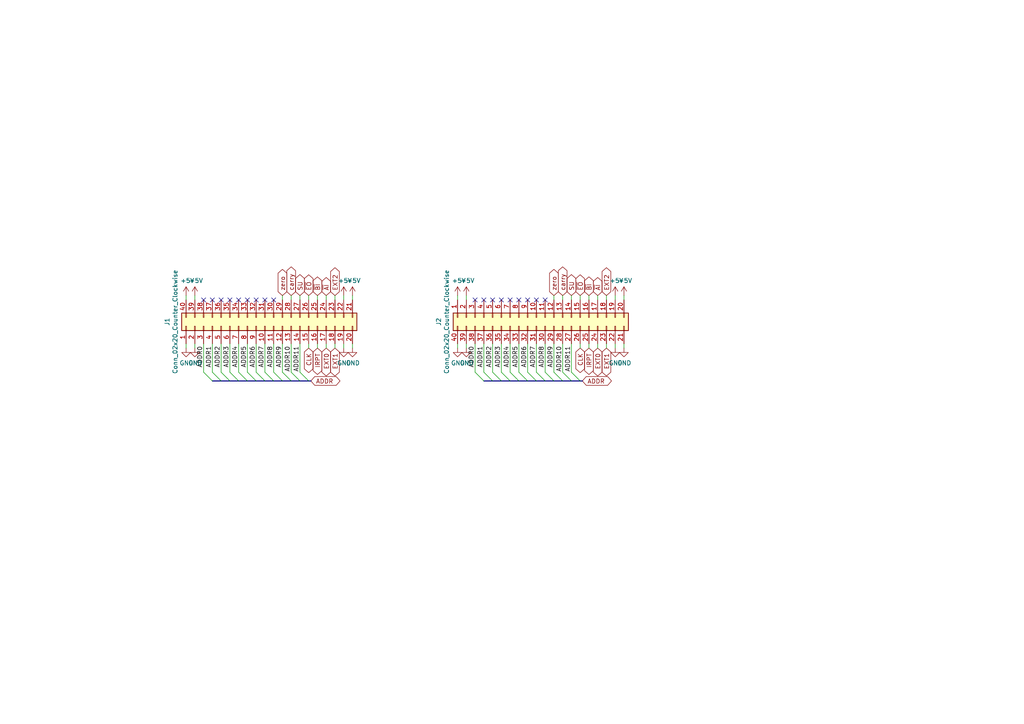
<source format=kicad_sch>
(kicad_sch (version 20201015) (generator eeschema)
  (paper "A4")
  (lib_symbols
    (symbol "Connector_Generic:Conn_02x20_Counter_Clockwise" (pin_names (offset 1.016) hide)
      (property "Reference" "J" (at 1.27 25.4 0))
      (property "Value" "Conn_02x20_Counter_Clockwise" (at 1.27 -27.94 0))
      (symbol "Conn_02x20_Counter_Clockwise_1_1"
        (rectangle (start -1.27 -4.953) (end 0 -5.207) (stroke (width 0.1524)))
        (rectangle (start -1.27 -7.493) (end 0 -7.747) (stroke (width 0.1524)))
        (rectangle (start -1.27 -10.033) (end 0 -10.287) (stroke (width 0.1524)))
        (rectangle (start -1.27 -12.573) (end 0 -12.827) (stroke (width 0.1524)))
        (rectangle (start -1.27 -15.113) (end 0 -15.367) (stroke (width 0.1524)))
        (rectangle (start -1.27 -17.653) (end 0 -17.907) (stroke (width 0.1524)))
        (rectangle (start -1.27 -20.193) (end 0 -20.447) (stroke (width 0.1524)))
        (rectangle (start -1.27 -22.733) (end 0 -22.987) (stroke (width 0.1524)))
        (rectangle (start -1.27 -2.413) (end 0 -2.667) (stroke (width 0.1524)))
        (rectangle (start -1.27 -25.273) (end 0 -25.527) (stroke (width 0.1524)))
        (rectangle (start -1.27 2.667) (end 0 2.413) (stroke (width 0.1524)))
        (rectangle (start -1.27 5.207) (end 0 4.953) (stroke (width 0.1524)))
        (rectangle (start -1.27 7.747) (end 0 7.493) (stroke (width 0.1524)))
        (rectangle (start -1.27 10.287) (end 0 10.033) (stroke (width 0.1524)))
        (rectangle (start -1.27 0.127) (end 0 -0.127) (stroke (width 0.1524)))
        (rectangle (start -1.27 12.827) (end 0 12.573) (stroke (width 0.1524)))
        (rectangle (start -1.27 15.367) (end 0 15.113) (stroke (width 0.1524)))
        (rectangle (start -1.27 17.907) (end 0 17.653) (stroke (width 0.1524)))
        (rectangle (start -1.27 20.447) (end 0 20.193) (stroke (width 0.1524)))
        (rectangle (start -1.27 22.987) (end 0 22.733) (stroke (width 0.1524)))
        (rectangle (start -1.27 24.13) (end 3.81 -26.67) (stroke (width 0.254)) (fill (type background)))
        (rectangle (start 3.81 -4.953) (end 2.54 -5.207) (stroke (width 0.1524)))
        (rectangle (start 3.81 -7.493) (end 2.54 -7.747) (stroke (width 0.1524)))
        (rectangle (start 3.81 -10.033) (end 2.54 -10.287) (stroke (width 0.1524)))
        (rectangle (start 3.81 -12.573) (end 2.54 -12.827) (stroke (width 0.1524)))
        (rectangle (start 3.81 -15.113) (end 2.54 -15.367) (stroke (width 0.1524)))
        (rectangle (start 3.81 -17.653) (end 2.54 -17.907) (stroke (width 0.1524)))
        (rectangle (start 3.81 -20.193) (end 2.54 -20.447) (stroke (width 0.1524)))
        (rectangle (start 3.81 -22.733) (end 2.54 -22.987) (stroke (width 0.1524)))
        (rectangle (start 3.81 -2.413) (end 2.54 -2.667) (stroke (width 0.1524)))
        (rectangle (start 3.81 -25.273) (end 2.54 -25.527) (stroke (width 0.1524)))
        (rectangle (start 3.81 2.667) (end 2.54 2.413) (stroke (width 0.1524)))
        (rectangle (start 3.81 5.207) (end 2.54 4.953) (stroke (width 0.1524)))
        (rectangle (start 3.81 7.747) (end 2.54 7.493) (stroke (width 0.1524)))
        (rectangle (start 3.81 10.287) (end 2.54 10.033) (stroke (width 0.1524)))
        (rectangle (start 3.81 0.127) (end 2.54 -0.127) (stroke (width 0.1524)))
        (rectangle (start 3.81 12.827) (end 2.54 12.573) (stroke (width 0.1524)))
        (rectangle (start 3.81 15.367) (end 2.54 15.113) (stroke (width 0.1524)))
        (rectangle (start 3.81 17.907) (end 2.54 17.653) (stroke (width 0.1524)))
        (rectangle (start 3.81 20.447) (end 2.54 20.193) (stroke (width 0.1524)))
        (rectangle (start 3.81 22.987) (end 2.54 22.733) (stroke (width 0.1524)))
        (pin passive line (at -5.08 22.86 0) (length 3.81) (name "Pin_1") (number "1"))
        (pin passive line (at -5.08 0 0) (length 3.81) (name "Pin_10") (number "10"))
        (pin passive line (at -5.08 -2.54 0) (length 3.81) (name "Pin_11") (number "11"))
        (pin passive line (at -5.08 -5.08 0) (length 3.81) (name "Pin_12") (number "12"))
        (pin passive line (at -5.08 -7.62 0) (length 3.81) (name "Pin_13") (number "13"))
        (pin passive line (at -5.08 -10.16 0) (length 3.81) (name "Pin_14") (number "14"))
        (pin passive line (at -5.08 -12.7 0) (length 3.81) (name "Pin_15") (number "15"))
        (pin passive line (at -5.08 -15.24 0) (length 3.81) (name "Pin_16") (number "16"))
        (pin passive line (at -5.08 -17.78 0) (length 3.81) (name "Pin_17") (number "17"))
        (pin passive line (at -5.08 -20.32 0) (length 3.81) (name "Pin_18") (number "18"))
        (pin passive line (at -5.08 -22.86 0) (length 3.81) (name "Pin_19") (number "19"))
        (pin passive line (at -5.08 20.32 0) (length 3.81) (name "Pin_2") (number "2"))
        (pin passive line (at -5.08 -25.4 0) (length 3.81) (name "Pin_20") (number "20"))
        (pin passive line (at 7.62 -25.4 180) (length 3.81) (name "Pin_21") (number "21"))
        (pin passive line (at 7.62 -22.86 180) (length 3.81) (name "Pin_22") (number "22"))
        (pin passive line (at 7.62 -20.32 180) (length 3.81) (name "Pin_23") (number "23"))
        (pin passive line (at 7.62 -17.78 180) (length 3.81) (name "Pin_24") (number "24"))
        (pin passive line (at 7.62 -15.24 180) (length 3.81) (name "Pin_25") (number "25"))
        (pin passive line (at 7.62 -12.7 180) (length 3.81) (name "Pin_26") (number "26"))
        (pin passive line (at 7.62 -10.16 180) (length 3.81) (name "Pin_27") (number "27"))
        (pin passive line (at 7.62 -7.62 180) (length 3.81) (name "Pin_28") (number "28"))
        (pin passive line (at 7.62 -5.08 180) (length 3.81) (name "Pin_29") (number "29"))
        (pin passive line (at -5.08 17.78 0) (length 3.81) (name "Pin_3") (number "3"))
        (pin passive line (at 7.62 -2.54 180) (length 3.81) (name "Pin_30") (number "30"))
        (pin passive line (at 7.62 0 180) (length 3.81) (name "Pin_31") (number "31"))
        (pin passive line (at 7.62 2.54 180) (length 3.81) (name "Pin_32") (number "32"))
        (pin passive line (at 7.62 5.08 180) (length 3.81) (name "Pin_33") (number "33"))
        (pin passive line (at 7.62 7.62 180) (length 3.81) (name "Pin_34") (number "34"))
        (pin passive line (at 7.62 10.16 180) (length 3.81) (name "Pin_35") (number "35"))
        (pin passive line (at 7.62 12.7 180) (length 3.81) (name "Pin_36") (number "36"))
        (pin passive line (at 7.62 15.24 180) (length 3.81) (name "Pin_37") (number "37"))
        (pin passive line (at 7.62 17.78 180) (length 3.81) (name "Pin_38") (number "38"))
        (pin passive line (at 7.62 20.32 180) (length 3.81) (name "Pin_39") (number "39"))
        (pin passive line (at -5.08 15.24 0) (length 3.81) (name "Pin_4") (number "4"))
        (pin passive line (at 7.62 22.86 180) (length 3.81) (name "Pin_40") (number "40"))
        (pin passive line (at -5.08 12.7 0) (length 3.81) (name "Pin_5") (number "5"))
        (pin passive line (at -5.08 10.16 0) (length 3.81) (name "Pin_6") (number "6"))
        (pin passive line (at -5.08 7.62 0) (length 3.81) (name "Pin_7") (number "7"))
        (pin passive line (at -5.08 5.08 0) (length 3.81) (name "Pin_8") (number "8"))
        (pin passive line (at -5.08 2.54 0) (length 3.81) (name "Pin_9") (number "9"))
      )
    )
    (symbol "power:+5V" (power) (pin_names (offset 0))
      (property "Value" "+5V" (at 0 3.556 0))
      (symbol "+5V_0_1"
        (polyline (pts (xy -0.762 1.27) (xy 0 2.54)))
        (polyline (pts (xy 0 0) (xy 0 2.54)))
        (polyline (pts (xy 0 2.54) (xy 0.762 1.27)))
      )
      (symbol "+5V_1_1"
        (pin power_in line (at 0 0 90) (length 0) hide (name "+5V") (number "1"))
      )
    )
    (symbol "power:GND" (power) (pin_names (offset 0))
      (property "Value" "GND" (at 0 -3.81 0))
      (symbol "GND_0_1"
        (polyline (pts (xy 0 0) (xy 0 -1.27) (xy 1.27 -1.27) (xy 0 -2.54) (xy -1.27 -1.27) (xy 0 -1.27)))
      )
      (symbol "GND_1_1"
        (pin power_in line (at 0 0 270) (length 0) hide (name "GND") (number "1"))
      )
    )
  )
  (no_connect (at 137.795 86.995))
  (no_connect (at 150.495 86.995))
  (no_connect (at 64.135 86.995))
  (no_connect (at 76.835 86.995))
  (no_connect (at 145.415 86.995))
  (no_connect (at 59.055 86.995))
  (no_connect (at 71.755 86.995))
  (no_connect (at 153.035 86.995))
  (no_connect (at 147.955 86.995))
  (no_connect (at 158.115 86.995))
  (no_connect (at 142.875 86.995))
  (no_connect (at 74.295 86.995))
  (no_connect (at 140.335 86.995))
  (no_connect (at 66.675 86.995))
  (no_connect (at 155.575 86.995))
  (no_connect (at 79.375 86.995))
  (no_connect (at 69.215 86.995))
  (no_connect (at 61.595 86.995))
  (bus_entry (at 59.055 107.95) (size 2.54 2.54) (stroke (width 0.1524)))
  (bus_entry (at 61.595 107.95) (size 2.54 2.54) (stroke (width 0.1524)))
  (bus_entry (at 64.135 107.95) (size 2.54 2.54) (stroke (width 0.1524)))
  (bus_entry (at 66.675 107.95) (size 2.54 2.54) (stroke (width 0.1524)))
  (bus_entry (at 69.215 107.95) (size 2.54 2.54) (stroke (width 0.1524)))
  (bus_entry (at 71.755 107.95) (size 2.54 2.54) (stroke (width 0.1524)))
  (bus_entry (at 74.295 107.95) (size 2.54 2.54) (stroke (width 0.1524)))
  (bus_entry (at 76.835 107.95) (size 2.54 2.54) (stroke (width 0.1524)))
  (bus_entry (at 79.375 107.95) (size 2.54 2.54) (stroke (width 0.1524)))
  (bus_entry (at 81.915 107.95) (size 2.54 2.54) (stroke (width 0.1524)))
  (bus_entry (at 84.455 107.95) (size 2.54 2.54) (stroke (width 0.1524)))
  (bus_entry (at 86.995 107.95) (size 2.54 2.54) (stroke (width 0.1524)))
  (bus_entry (at 137.795 107.95) (size 2.54 2.54) (stroke (width 0.1524)))
  (bus_entry (at 140.335 107.95) (size 2.54 2.54) (stroke (width 0.1524)))
  (bus_entry (at 142.875 107.95) (size 2.54 2.54) (stroke (width 0.1524)))
  (bus_entry (at 145.415 107.95) (size 2.54 2.54) (stroke (width 0.1524)))
  (bus_entry (at 147.955 107.95) (size 2.54 2.54) (stroke (width 0.1524)))
  (bus_entry (at 150.495 107.95) (size 2.54 2.54) (stroke (width 0.1524)))
  (bus_entry (at 153.035 107.95) (size 2.54 2.54) (stroke (width 0.1524)))
  (bus_entry (at 155.575 107.95) (size 2.54 2.54) (stroke (width 0.1524)))
  (bus_entry (at 158.115 107.95) (size 2.54 2.54) (stroke (width 0.1524)))
  (bus_entry (at 160.655 107.95) (size 2.54 2.54) (stroke (width 0.1524)))
  (bus_entry (at 163.195 107.95) (size 2.54 2.54) (stroke (width 0.1524)))
  (bus_entry (at 165.735 107.95) (size 2.54 2.54) (stroke (width 0.1524)))
  (wire (pts (xy 53.975 85.725) (xy 53.975 86.995)))
  (wire (pts (xy 53.975 99.695) (xy 53.975 100.965)))
  (wire (pts (xy 56.515 85.725) (xy 56.515 86.995)))
  (wire (pts (xy 56.515 99.695) (xy 56.515 100.965)))
  (wire (pts (xy 59.055 99.695) (xy 59.055 107.95)))
  (wire (pts (xy 61.595 99.695) (xy 61.595 107.95)))
  (wire (pts (xy 64.135 99.695) (xy 64.135 107.95)))
  (wire (pts (xy 66.675 99.695) (xy 66.675 107.95)))
  (wire (pts (xy 69.215 99.695) (xy 69.215 107.95)))
  (wire (pts (xy 71.755 99.695) (xy 71.755 107.95)))
  (wire (pts (xy 74.295 99.695) (xy 74.295 107.95)))
  (wire (pts (xy 76.835 99.695) (xy 76.835 107.95)))
  (wire (pts (xy 79.375 99.695) (xy 79.375 107.95)))
  (wire (pts (xy 81.915 85.725) (xy 81.915 86.995)))
  (wire (pts (xy 81.915 99.695) (xy 81.915 107.95)))
  (wire (pts (xy 84.455 85.725) (xy 84.455 86.995)))
  (wire (pts (xy 84.455 99.695) (xy 84.455 107.95)))
  (wire (pts (xy 86.995 85.725) (xy 86.995 86.995)))
  (wire (pts (xy 86.995 99.695) (xy 86.995 107.95)))
  (wire (pts (xy 89.535 85.725) (xy 89.535 86.995)))
  (wire (pts (xy 89.535 99.695) (xy 89.535 100.965)))
  (wire (pts (xy 92.075 85.725) (xy 92.075 86.995)))
  (wire (pts (xy 92.075 99.695) (xy 92.075 100.965)))
  (wire (pts (xy 94.615 85.725) (xy 94.615 86.995)))
  (wire (pts (xy 94.615 99.695) (xy 94.615 100.965)))
  (wire (pts (xy 97.155 85.725) (xy 97.155 86.995)))
  (wire (pts (xy 97.155 99.695) (xy 97.155 100.965)))
  (wire (pts (xy 99.695 85.725) (xy 99.695 86.995)))
  (wire (pts (xy 99.695 99.695) (xy 99.695 100.965)))
  (wire (pts (xy 102.235 85.725) (xy 102.235 86.995)))
  (wire (pts (xy 102.235 99.695) (xy 102.235 100.965)))
  (wire (pts (xy 132.715 85.725) (xy 132.715 86.995)))
  (wire (pts (xy 132.715 99.695) (xy 132.715 100.965)))
  (wire (pts (xy 135.255 85.725) (xy 135.255 86.995)))
  (wire (pts (xy 135.255 99.695) (xy 135.255 100.965)))
  (wire (pts (xy 137.795 99.695) (xy 137.795 107.95)))
  (wire (pts (xy 140.335 99.695) (xy 140.335 107.95)))
  (wire (pts (xy 142.875 99.695) (xy 142.875 107.95)))
  (wire (pts (xy 145.415 99.695) (xy 145.415 107.95)))
  (wire (pts (xy 147.955 99.695) (xy 147.955 107.95)))
  (wire (pts (xy 150.495 99.695) (xy 150.495 107.95)))
  (wire (pts (xy 153.035 99.695) (xy 153.035 107.95)))
  (wire (pts (xy 155.575 99.695) (xy 155.575 107.95)))
  (wire (pts (xy 158.115 99.695) (xy 158.115 107.95)))
  (wire (pts (xy 160.655 85.725) (xy 160.655 86.995)))
  (wire (pts (xy 160.655 99.695) (xy 160.655 107.95)))
  (wire (pts (xy 163.195 85.725) (xy 163.195 86.995)))
  (wire (pts (xy 163.195 99.695) (xy 163.195 107.95)))
  (wire (pts (xy 165.735 85.725) (xy 165.735 86.995)))
  (wire (pts (xy 165.735 99.695) (xy 165.735 107.95)))
  (wire (pts (xy 168.275 85.725) (xy 168.275 86.995)))
  (wire (pts (xy 168.275 99.695) (xy 168.275 100.965)))
  (wire (pts (xy 170.815 85.725) (xy 170.815 86.995)))
  (wire (pts (xy 170.815 99.695) (xy 170.815 100.965)))
  (wire (pts (xy 173.355 85.725) (xy 173.355 86.995)))
  (wire (pts (xy 173.355 99.695) (xy 173.355 100.965)))
  (wire (pts (xy 175.895 85.725) (xy 175.895 86.995)))
  (wire (pts (xy 175.895 99.695) (xy 175.895 100.965)))
  (wire (pts (xy 178.435 85.725) (xy 178.435 86.995)))
  (wire (pts (xy 178.435 99.695) (xy 178.435 100.965)))
  (wire (pts (xy 180.975 85.725) (xy 180.975 86.995)))
  (wire (pts (xy 180.975 99.695) (xy 180.975 100.965)))
  (bus (pts (xy 61.595 110.49) (xy 64.135 110.49)))
  (bus (pts (xy 64.135 110.49) (xy 66.675 110.49)))
  (bus (pts (xy 66.675 110.49) (xy 69.215 110.49)))
  (bus (pts (xy 69.215 110.49) (xy 71.755 110.49)))
  (bus (pts (xy 71.755 110.49) (xy 74.295 110.49)))
  (bus (pts (xy 74.295 110.49) (xy 76.835 110.49)))
  (bus (pts (xy 76.835 110.49) (xy 79.375 110.49)))
  (bus (pts (xy 79.375 110.49) (xy 81.915 110.49)))
  (bus (pts (xy 81.915 110.49) (xy 84.455 110.49)))
  (bus (pts (xy 84.455 110.49) (xy 86.995 110.49)))
  (bus (pts (xy 86.995 110.49) (xy 89.535 110.49)))
  (bus (pts (xy 89.535 110.49) (xy 90.17 110.49)))
  (bus (pts (xy 140.335 110.49) (xy 142.875 110.49)))
  (bus (pts (xy 142.875 110.49) (xy 145.415 110.49)))
  (bus (pts (xy 145.415 110.49) (xy 147.955 110.49)))
  (bus (pts (xy 147.955 110.49) (xy 150.495 110.49)))
  (bus (pts (xy 150.495 110.49) (xy 153.035 110.49)))
  (bus (pts (xy 153.035 110.49) (xy 155.575 110.49)))
  (bus (pts (xy 155.575 110.49) (xy 158.115 110.49)))
  (bus (pts (xy 158.115 110.49) (xy 160.655 110.49)))
  (bus (pts (xy 160.655 110.49) (xy 163.195 110.49)))
  (bus (pts (xy 163.195 110.49) (xy 165.735 110.49)))
  (bus (pts (xy 165.735 110.49) (xy 168.275 110.49)))
  (bus (pts (xy 168.275 110.49) (xy 168.91 110.49)))
  (label "ADDR0" (at 59.055 100.33 270))
  (label "ADDR1" (at 61.595 100.33 270))
  (label "ADDR2" (at 64.135 100.33 270))
  (label "ADDR3" (at 66.675 100.33 270))
  (label "ADDR4" (at 69.215 100.33 270))
  (label "ADDR5" (at 71.755 100.33 270))
  (label "ADDR6" (at 74.295 100.33 270))
  (label "ADDR7" (at 76.835 100.33 270))
  (label "ADDR8" (at 79.375 100.33 270))
  (label "ADDR9" (at 81.915 100.33 270))
  (label "ADDR10" (at 84.455 100.33 270))
  (label "ADDR11" (at 86.995 100.33 270))
  (label "ADDR0" (at 137.795 100.33 270))
  (label "ADDR1" (at 140.335 100.33 270))
  (label "ADDR2" (at 142.875 100.33 270))
  (label "ADDR3" (at 145.415 100.33 270))
  (label "ADDR4" (at 147.955 100.33 270))
  (label "ADDR5" (at 150.495 100.33 270))
  (label "ADDR6" (at 153.035 100.33 270))
  (label "ADDR7" (at 155.575 100.33 270))
  (label "ADDR8" (at 158.115 100.33 270))
  (label "ADDR9" (at 160.655 100.33 270))
  (label "ADDR10" (at 163.195 100.33 270))
  (label "ADDR11" (at 165.735 100.33 270))
  (global_label "zero" (shape bidirectional) (at 81.915 85.725 90) (property "Intersheet References" "${INTERSHEET_REFS}" (effects hide)))
  (global_label "carry" (shape bidirectional) (at 84.455 85.725 90) (property "Intersheet References" "${INTERSHEET_REFS}" (effects hide)))
  (global_label "SU" (shape bidirectional) (at 86.995 85.725 90) (property "Intersheet References" "${INTERSHEET_REFS}" (effects hide)))
  (global_label "~EO" (shape bidirectional) (at 89.535 85.725 90) (property "Intersheet References" "${INTERSHEET_REFS}" (effects hide)))
  (global_label "CLK" (shape bidirectional) (at 89.535 100.965 270) (property "Intersheet References" "${INTERSHEET_REFS}" (effects hide)))
  (global_label "ADDR" (shape bidirectional) (at 90.17 110.49 0) (property "Intersheet References" "${INTERSHEET_REFS}" (effects hide)))
  (global_label "~BI" (shape bidirectional) (at 92.075 85.725 90) (property "Intersheet References" "${INTERSHEET_REFS}" (effects hide)))
  (global_label "IRPT" (shape bidirectional) (at 92.075 100.965 270) (property "Intersheet References" "${INTERSHEET_REFS}" (effects hide)))
  (global_label "~AI" (shape bidirectional) (at 94.615 85.725 90) (property "Intersheet References" "${INTERSHEET_REFS}" (effects hide)))
  (global_label "EXT0" (shape bidirectional) (at 94.615 100.965 270) (property "Intersheet References" "${INTERSHEET_REFS}" (effects hide)))
  (global_label "EXT2" (shape bidirectional) (at 97.155 85.725 90) (property "Intersheet References" "${INTERSHEET_REFS}" (effects hide)))
  (global_label "EXT1" (shape bidirectional) (at 97.155 100.965 270) (property "Intersheet References" "${INTERSHEET_REFS}" (effects hide)))
  (global_label "zero" (shape bidirectional) (at 160.655 85.725 90) (property "Intersheet References" "${INTERSHEET_REFS}" (effects hide)))
  (global_label "carry" (shape bidirectional) (at 163.195 85.725 90) (property "Intersheet References" "${INTERSHEET_REFS}" (effects hide)))
  (global_label "SU" (shape bidirectional) (at 165.735 85.725 90) (property "Intersheet References" "${INTERSHEET_REFS}" (effects hide)))
  (global_label "~EO" (shape bidirectional) (at 168.275 85.725 90) (property "Intersheet References" "${INTERSHEET_REFS}" (effects hide)))
  (global_label "CLK" (shape bidirectional) (at 168.275 100.965 270) (property "Intersheet References" "${INTERSHEET_REFS}" (effects hide)))
  (global_label "ADDR" (shape bidirectional) (at 168.91 110.49 0) (property "Intersheet References" "${INTERSHEET_REFS}" (effects hide)))
  (global_label "~BI" (shape bidirectional) (at 170.815 85.725 90) (property "Intersheet References" "${INTERSHEET_REFS}" (effects hide)))
  (global_label "IRPT" (shape bidirectional) (at 170.815 100.965 270) (property "Intersheet References" "${INTERSHEET_REFS}" (effects hide)))
  (global_label "~AI" (shape bidirectional) (at 173.355 85.725 90) (property "Intersheet References" "${INTERSHEET_REFS}" (effects hide)))
  (global_label "EXT0" (shape bidirectional) (at 173.355 100.965 270) (property "Intersheet References" "${INTERSHEET_REFS}" (effects hide)))
  (global_label "EXT2" (shape bidirectional) (at 175.895 85.725 90) (property "Intersheet References" "${INTERSHEET_REFS}" (effects hide)))
  (global_label "EXT1" (shape bidirectional) (at 175.895 100.965 270) (property "Intersheet References" "${INTERSHEET_REFS}" (effects hide)))
  (symbol (lib_id "power:+5V") (at 53.975 85.725 0) (unit 1)
    (property "Reference" "#PWR0114" (effects hide))
    (property "Value" "+5V" (at 54.3433 81.4006 0))
  )
  (symbol (lib_id "power:+5V") (at 56.515 85.725 0) (unit 1)
    (property "Reference" "#PWR0115" (effects hide))
    (property "Value" "+5V" (at 56.8833 81.4006 0))
  )
  (symbol (lib_id "power:+5V") (at 99.695 85.725 0) (unit 1)
    (property "Reference" "#PWR0112" (effects hide))
    (property "Value" "+5V" (at 100.0633 81.4006 0))
  )
  (symbol (lib_id "power:+5V") (at 102.235 85.725 0) (unit 1)
    (property "Reference" "#PWR0113" (effects hide))
    (property "Value" "+5V" (at 102.6033 81.4006 0))
  )
  (symbol (lib_id "power:+5V") (at 132.715 85.725 0) (unit 1)
    (property "Reference" "#PWR0106" (effects hide))
    (property "Value" "+5V" (at 133.0833 81.4006 0))
  )
  (symbol (lib_id "power:+5V") (at 135.255 85.725 0) (unit 1)
    (property "Reference" "#PWR0107" (effects hide))
    (property "Value" "+5V" (at 135.6233 81.4006 0))
  )
  (symbol (lib_id "power:+5V") (at 178.435 85.725 0) (unit 1)
    (property "Reference" "#PWR0110" (effects hide))
    (property "Value" "+5V" (at 178.8033 81.4006 0))
  )
  (symbol (lib_id "power:+5V") (at 180.975 85.725 0) (unit 1)
    (property "Reference" "#PWR0111" (effects hide))
    (property "Value" "+5V" (at 181.3433 81.4006 0))
  )
  (symbol (lib_id "power:GND") (at 53.975 100.965 0) (unit 1)
    (property "Reference" "#PWR0101" (effects hide))
    (property "Value" "GND" (at 54.0893 105.2894 0))
  )
  (symbol (lib_id "power:GND") (at 56.515 100.965 0) (unit 1)
    (property "Reference" "#PWR0102" (effects hide))
    (property "Value" "GND" (at 56.6293 105.2894 0))
  )
  (symbol (lib_id "power:GND") (at 99.695 100.965 0) (unit 1)
    (property "Reference" "#PWR0105" (effects hide))
    (property "Value" "GND" (at 99.8093 105.2894 0))
  )
  (symbol (lib_id "power:GND") (at 102.235 100.965 0) (unit 1)
    (property "Reference" "#PWR0116" (effects hide))
    (property "Value" "GND" (at 102.3493 105.2894 0))
  )
  (symbol (lib_id "power:GND") (at 132.715 100.965 0) (unit 1)
    (property "Reference" "#PWR0108" (effects hide))
    (property "Value" "GND" (at 132.8293 105.2894 0))
  )
  (symbol (lib_id "power:GND") (at 135.255 100.965 0) (unit 1)
    (property "Reference" "#PWR0109" (effects hide))
    (property "Value" "GND" (at 135.3693 105.2894 0))
  )
  (symbol (lib_id "power:GND") (at 178.435 100.965 0) (unit 1)
    (property "Reference" "#PWR0103" (effects hide))
    (property "Value" "GND" (at 178.5493 105.2894 0))
  )
  (symbol (lib_id "power:GND") (at 180.975 100.965 0) (unit 1)
    (property "Reference" "#PWR0104" (effects hide))
    (property "Value" "GND" (at 181.0893 105.2894 0))
  )
  (symbol (lib_id "Connector_Generic:Conn_02x20_Counter_Clockwise") (at 76.835 94.615 90) (unit 1)
    (property "Reference" "J1" (at 48.4948 93.345 0))
    (property "Value" "Conn_02x20_Counter_Clockwise" (at 50.7935 93.345 0))
    (property "Footprint" "Connector_PinHeader_2.54mm:PinHeader_2x20_P2.54mm_Horizontal" (effects hide))
  )
  (symbol (lib_id "Connector_Generic:Conn_02x20_Counter_Clockwise") (at 155.575 92.075 90) (mirror x) (unit 1)
    (property "Reference" "J2" (at 127.2348 93.345 0))
    (property "Value" "Conn_02x20_Counter_Clockwise" (at 129.5335 93.345 0))
    (property "Footprint" "Connector_PinHeader_2.54mm:PinHeader_2x20_P2.54mm_Horizontal" (effects hide))
  )
)
</source>
